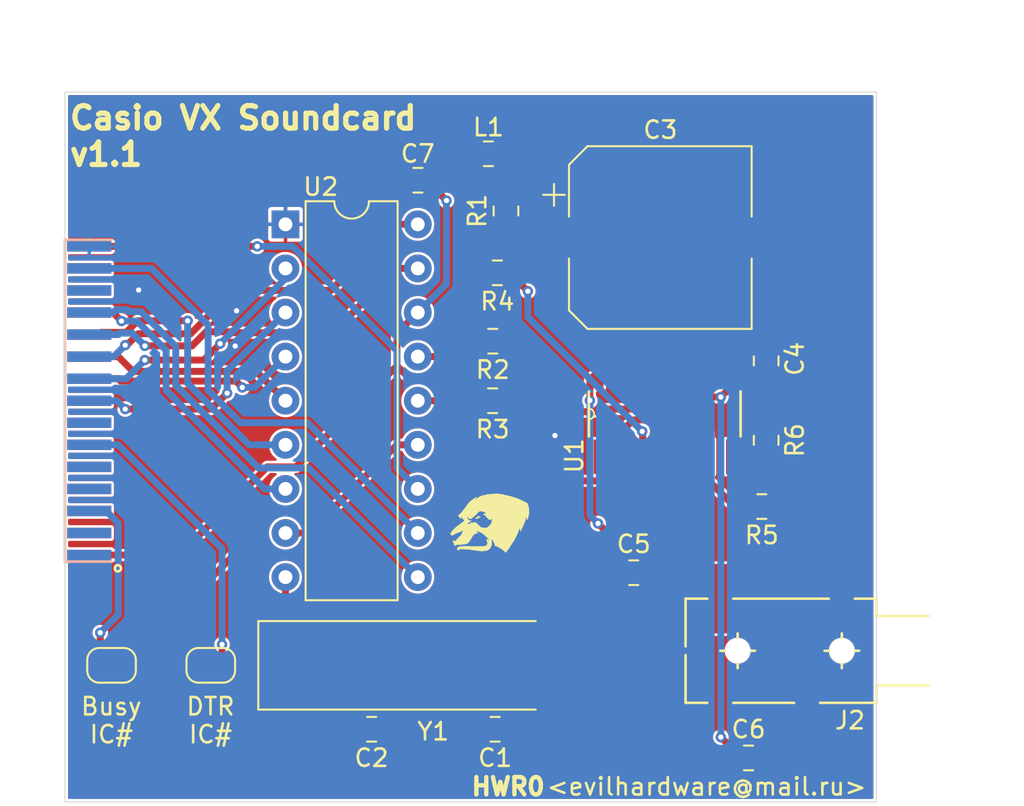
<source format=kicad_pcb>
(kicad_pcb (version 20171130) (host pcbnew "(5.1.5)-3")
  (layers (0 F.Cu signal) (31 B.Cu signal) (34 B.Paste user) (35 F.Paste user) (36 B.SilkS user) (37 F.SilkS user) (38 B.Mask user) (39 F.Mask user) (44 Edge.Cuts user))
  (net 0 "")
  (net 1 GND)
  (net 2 "Net-(C1-Pad1)")
  (net 3 "Net-(C2-Pad1)")
  (net 4 "Net-(C3-Pad1)")
  (net 5 "Net-(C4-Pad1)")
  (net 6 "Net-(C5-Pad2)")
  (net 7 "Net-(C5-Pad1)")
  (net 8 "Net-(C6-Pad2)")
  (net 9 "Net-(C6-Pad1)")
  (net 10 VCC)
  (net 11 /D3)
  (net 12 /D7)
  (net 13 /D0)
  (net 14 /D4)
  (net 15 /D6)
  (net 16 /D1)
  (net 17 CS#)
  (net 18 IC#)
  (net 19 WE#)
  (net 20 /D2)
  (net 21 /D5)
  (net 22 A0)
  (net 23 "Net-(R1-Pad1)")
  (net 24 "Net-(R2-Pad2)")
  (net 25 "Net-(R2-Pad1)")
  (net 26 "Net-(R3-Pad2)")
  (net 27 "Net-(R5-Pad1)")
  (net 28 "Net-(U1-Pad1)")
  (net 29 DTR)
  (net 30 BUSY)
  (module Alexx:AngryPanda (layer F.Cu) (at 137.795 114.3)
    (fp_text reference G*** hide)
    (fp_text value LOGO hide)
  )
  (module Jumper:SolderJumper-2_P1.3mm_Open_RoundedPad1.0x1.5mm (layer F.Cu) (at 120.665 121.92)
    (fp_text reference JP2 hide)
    (fp_text value DTRIC#)
    (pad 2 smd custom (at 0.65 0) (size 1 0.5) (layers F.Cu F.Mask) (net 29 DTR) (options (clearance outline) (anchor rect)) (primitives (gr_circle (center 0 0.25) (end 0.5 0.25) (width 0)) (gr_circle (center 0 -0.25) (end 0.5 -0.25) (width 0)) (gr_poly (pts (xy 0 -0.75) (xy -0.5 -0.75) (xy -0.5 0.75) (xy 0 0.75)) (width 0))))
    (pad 1 smd custom (at -0.65 0) (size 1 0.5) (layers F.Cu F.Mask) (net 18 IC#) (options (clearance outline) (anchor rect)) (primitives (gr_circle (center 0 0.25) (end 0.5 0.25) (width 0)) (gr_circle (center 0 -0.25) (end 0.5 -0.25) (width 0)) (gr_poly (pts (xy 0 -0.75) (xy 0.5 -0.75) (xy 0.5 0.75) (xy 0 0.75)) (width 0))))
  )
  (module Jumper:SolderJumper-2_P1.3mm_Open_RoundedPad1.0x1.5mm (layer F.Cu) (at 114.95 121.92)
    (fp_text reference JP1 hide)
    (fp_text value BUSYIC#)
    (pad 2 smd custom (at 0.65 0) (size 1 0.5) (layers F.Cu F.Mask) (net 18 IC#) (options (clearance outline) (anchor rect)) (primitives (gr_circle (center 0 0.25) (end 0.5 0.25) (width 0)) (gr_circle (center 0 -0.25) (end 0.5 -0.25) (width 0)) (gr_poly (pts (xy 0 -0.75) (xy -0.5 -0.75) (xy -0.5 0.75) (xy 0 0.75)) (width 0))))
    (pad 1 smd custom (at -0.65 0) (size 1 0.5) (layers F.Cu F.Mask) (net 30 BUSY) (options (clearance outline) (anchor rect)) (primitives (gr_circle (center 0 0.25) (end 0.5 0.25) (width 0)) (gr_circle (center 0 -0.25) (end 0.5 -0.25) (width 0)) (gr_poly (pts (xy 0 -0.75) (xy 0.5 -0.75) (xy 0.5 0.75) (xy 0 0.75)) (width 0))))
  )
  (module hwreverse:Connector_Casio_2x15_1.27_SYSBUS (layer F.Cu) (at 113.665 115.57 180)
    (fp_text reference J1 hide)
    (fp_text value CASIO_VX_2x15_1.27_Interface)
    (pad 30 smd rect (at 0 17.78 180) (size 2.54 0.6) (layers B.Cu B.Paste B.Mask) (net 1 GND))
    (pad 28 smd rect (at 0 16.51 180) (size 2.54 0.6) (layers B.Cu B.Paste B.Mask) (net 19 WE#))
    (pad 26 smd rect (at 0 15.24 180) (size 2.54 0.6) (layers B.Cu B.Paste B.Mask))
    (pad 24 smd rect (at 0 13.97 180) (size 2.54 0.6) (layers B.Cu B.Paste B.Mask) (net 22 A0))
    (pad 22 smd rect (at 0 12.7 180) (size 2.54 0.6) (layers B.Cu B.Paste B.Mask) (net 13 /D0))
    (pad 20 smd rect (at 0 11.43 180) (size 2.54 0.6) (layers B.Cu B.Paste B.Mask) (net 16 /D1))
    (pad 18 smd rect (at 0 10.16 180) (size 2.54 0.6) (layers B.Cu B.Paste B.Mask) (net 20 /D2))
    (pad 16 smd rect (at 0 8.89 180) (size 2.54 0.6) (layers B.Cu B.Paste B.Mask) (net 11 /D3))
    (pad 14 smd rect (at 0 7.62 180) (size 2.54 0.6) (layers B.Cu B.Paste B.Mask))
    (pad 12 smd rect (at 0 6.35 180) (size 2.54 0.6) (layers B.Cu B.Paste B.Mask) (net 29 DTR))
    (pad 10 smd rect (at 0 5.08 180) (size 2.54 0.6) (layers B.Cu B.Paste B.Mask))
    (pad 8 smd rect (at 0 3.81 180) (size 2.54 0.6) (layers B.Cu B.Paste B.Mask))
    (pad 6 smd rect (at 0 2.54 180) (size 2.54 0.6) (layers B.Cu B.Paste B.Mask) (net 30 BUSY))
    (pad 4 smd rect (at 0 1.27 180) (size 2.54 0.6) (layers B.Cu B.Paste B.Mask))
    (pad 2 smd rect (at 0 0 180) (size 2.54 0.6) (layers B.Cu B.Paste B.Mask))
    (pad 29 smd rect (at 0 17.78 180) (size 2.54 0.6) (layers F.Cu F.Paste F.Mask) (net 17 CS#))
    (pad 27 smd rect (at 0 16.51 180) (size 2.54 0.6) (layers F.Cu F.Paste F.Mask))
    (pad 25 smd rect (at 0 15.24 180) (size 2.54 0.6) (layers F.Cu F.Paste F.Mask))
    (pad 23 smd rect (at 0 13.97 180) (size 2.54 0.6) (layers F.Cu F.Paste F.Mask) (net 12 /D7))
    (pad 21 smd rect (at 0 12.7 180) (size 2.54 0.6) (layers F.Cu F.Paste F.Mask) (net 15 /D6))
    (pad 19 smd rect (at 0 11.43 180) (size 2.54 0.6) (layers F.Cu F.Paste F.Mask) (net 21 /D5))
    (pad 17 smd rect (at 0 10.16 180) (size 2.54 0.6) (layers F.Cu F.Paste F.Mask) (net 14 /D4))
    (pad 15 smd rect (at 0 8.89 180) (size 2.54 0.6) (layers F.Cu F.Paste F.Mask))
    (pad 13 smd rect (at 0 7.62 180) (size 2.54 0.6) (layers F.Cu F.Paste F.Mask))
    (pad 11 smd rect (at 0 6.35 180) (size 2.54 0.6) (layers F.Cu F.Paste F.Mask))
    (pad 9 smd rect (at 0 5.08 180) (size 2.54 0.6) (layers F.Cu F.Paste F.Mask))
    (pad 7 smd rect (at 0 3.81 180) (size 2.54 0.6) (layers F.Cu F.Paste F.Mask))
    (pad 5 smd rect (at 0 2.54 180) (size 2.54 0.6) (layers F.Cu F.Paste F.Mask))
    (pad 3 smd rect (at 0 1.27 180) (size 2.54 0.6) (layers F.Cu F.Paste F.Mask))
    (pad 1 smd rect (at 0 0 180) (size 2.54 0.6) (layers F.Cu F.Paste F.Mask) (net 10 VCC))
  )
  (module Capacitor_SMD:C_0805_2012Metric_Pad1.15x1.40mm_HandSolder (layer F.Cu) (at 132.597 93.98 180)
    (fp_text reference C7 (at 0.009 1.524) (layer F.SilkS))
    (fp_text value 100nF)
    (pad 2 smd roundrect (at 1.025 0 180) (size 1.15 1.4) (layers F.Cu F.Paste F.Mask) (roundrect_rratio 0.217391) (net 1 GND))
    (pad 1 smd roundrect (at -1.025 0 180) (size 1.15 1.4) (layers F.Cu F.Paste F.Mask) (roundrect_rratio 0.217391) (net 10 VCC))
  )
  (module Crystal:Crystal_SMD_HC49-SD_HandSoldering (layer F.Cu) (at 133.477 121.92)
    (fp_text reference Y1 (at 0 3.81) (layer F.SilkS))
    (fp_text value 3.57MHz)
    (pad 2 smd rect (at 5.9375 0) (size 7.875 2) (layers F.Cu F.Paste F.Mask) (net 2 "Net-(C1-Pad1)"))
    (pad 1 smd rect (at -5.9375 0) (size 7.875 2) (layers F.Cu F.Paste F.Mask) (net 3 "Net-(C2-Pad1)"))
  )
  (module Package_DIP:DIP-18_W7.62mm (layer F.Cu) (at 124.968 96.52)
    (fp_text reference U2 (at 2.032 -2.159) (layer F.SilkS))
    (fp_text value YM2413B)
    (pad 18 thru_hole oval (at 7.62 0) (size 1.6 1.6) (drill 0.8) (layers *.Cu *.Mask) (net 16 /D1))
    (pad 9 thru_hole oval (at 0 20.32) (size 1.6 1.6) (drill 0.8) (layers *.Cu *.Mask) (net 3 "Net-(C2-Pad1)"))
    (pad 17 thru_hole oval (at 7.62 2.54) (size 1.6 1.6) (drill 0.8) (layers *.Cu *.Mask) (net 13 /D0))
    (pad 8 thru_hole oval (at 0 17.78) (size 1.6 1.6) (drill 0.8) (layers *.Cu *.Mask) (net 2 "Net-(C1-Pad1)"))
    (pad 16 thru_hole oval (at 7.62 5.08) (size 1.6 1.6) (drill 0.8) (layers *.Cu *.Mask) (net 10 VCC))
    (pad 7 thru_hole oval (at 0 15.24) (size 1.6 1.6) (drill 0.8) (layers *.Cu *.Mask) (net 12 /D7))
    (pad 15 thru_hole oval (at 7.62 7.62) (size 1.6 1.6) (drill 0.8) (layers *.Cu *.Mask) (net 24 "Net-(R2-Pad2)"))
    (pad 6 thru_hole oval (at 0 12.7) (size 1.6 1.6) (drill 0.8) (layers *.Cu *.Mask) (net 15 /D6))
    (pad 14 thru_hole oval (at 7.62 10.16) (size 1.6 1.6) (drill 0.8) (layers *.Cu *.Mask) (net 26 "Net-(R3-Pad2)"))
    (pad 5 thru_hole oval (at 0 10.16) (size 1.6 1.6) (drill 0.8) (layers *.Cu *.Mask) (net 21 /D5))
    (pad 13 thru_hole oval (at 7.62 12.7) (size 1.6 1.6) (drill 0.8) (layers *.Cu *.Mask) (net 18 IC#))
    (pad 4 thru_hole oval (at 0 7.62) (size 1.6 1.6) (drill 0.8) (layers *.Cu *.Mask) (net 14 /D4))
    (pad 12 thru_hole oval (at 7.62 15.24) (size 1.6 1.6) (drill 0.8) (layers *.Cu *.Mask) (net 17 CS#))
    (pad 3 thru_hole oval (at 0 5.08) (size 1.6 1.6) (drill 0.8) (layers *.Cu *.Mask) (net 11 /D3))
    (pad 11 thru_hole oval (at 7.62 17.78) (size 1.6 1.6) (drill 0.8) (layers *.Cu *.Mask) (net 19 WE#))
    (pad 2 thru_hole oval (at 0 2.54) (size 1.6 1.6) (drill 0.8) (layers *.Cu *.Mask) (net 20 /D2))
    (pad 10 thru_hole oval (at 7.62 20.32) (size 1.6 1.6) (drill 0.8) (layers *.Cu *.Mask) (net 22 A0))
    (pad 1 thru_hole rect (at 0 0) (size 1.6 1.6) (drill 0.8) (layers *.Cu *.Mask) (net 1 GND))
  )
  (module hwreverse:SOIC127P600X175-14N (layer F.Cu) (at 146.812 107.442 90)
    (fp_text reference U1 (at -2.413 -5.207 90) (layer F.SilkS))
    (fp_text value LMC660)
    (pad 14 smd rect (at 2.4638 -3.81 90) (size 1.9812 0.5588) (layers F.Cu F.Paste F.Mask) (net 7 "Net-(C5-Pad1)"))
    (pad 13 smd rect (at 2.4638 -2.54 90) (size 1.9812 0.5588) (layers F.Cu F.Paste F.Mask) (net 7 "Net-(C5-Pad1)"))
    (pad 12 smd rect (at 2.4638 -1.27 90) (size 1.9812 0.5588) (layers F.Cu F.Paste F.Mask) (net 5 "Net-(C4-Pad1)"))
    (pad 11 smd rect (at 2.4638 0 90) (size 1.9812 0.5588) (layers F.Cu F.Paste F.Mask) (net 1 GND))
    (pad 10 smd rect (at 2.4638 1.27 90) (size 1.9812 0.5588) (layers F.Cu F.Paste F.Mask) (net 9 "Net-(C6-Pad1)"))
    (pad 9 smd rect (at 2.4638 2.54 90) (size 1.9812 0.5588) (layers F.Cu F.Paste F.Mask) (net 5 "Net-(C4-Pad1)"))
    (pad 8 smd rect (at 2.4638 3.81 90) (size 1.9812 0.5588) (layers F.Cu F.Paste F.Mask) (net 9 "Net-(C6-Pad1)"))
    (pad 7 smd rect (at -2.4638 3.81 90) (size 1.9812 0.5588) (layers F.Cu F.Paste F.Mask) (net 27 "Net-(R5-Pad1)"))
    (pad 6 smd rect (at -2.4638 2.54 90) (size 1.9812 0.5588) (layers F.Cu F.Paste F.Mask) (net 25 "Net-(R2-Pad1)"))
    (pad 5 smd rect (at -2.4638 1.27 90) (size 1.9812 0.5588) (layers F.Cu F.Paste F.Mask) (net 28 "Net-(U1-Pad1)"))
    (pad 4 smd rect (at -2.4638 0 90) (size 1.9812 0.5588) (layers F.Cu F.Paste F.Mask) (net 10 VCC))
    (pad 3 smd rect (at -2.4638 -1.27 90) (size 1.9812 0.5588) (layers F.Cu F.Paste F.Mask) (net 23 "Net-(R1-Pad1)"))
    (pad 2 smd rect (at -2.4638 -2.54 90) (size 1.9812 0.5588) (layers F.Cu F.Paste F.Mask) (net 28 "Net-(U1-Pad1)"))
    (pad 1 smd rect (at -2.4638 -3.81 90) (size 1.9812 0.5588) (layers F.Cu F.Paste F.Mask) (net 28 "Net-(U1-Pad1)"))
  )
  (module Resistor_SMD:R_0805_2012Metric_Pad1.15x1.40mm_HandSolder (layer F.Cu) (at 152.654 108.957 270)
    (fp_text reference R6 (at 0 -1.65 90) (layer F.SilkS))
    (fp_text value 4.7k)
    (pad 2 smd roundrect (at 1.025 0 270) (size 1.15 1.4) (layers F.Cu F.Paste F.Mask) (roundrect_rratio 0.217391) (net 27 "Net-(R5-Pad1)"))
    (pad 1 smd roundrect (at -1.025 0 270) (size 1.15 1.4) (layers F.Cu F.Paste F.Mask) (roundrect_rratio 0.217391) (net 5 "Net-(C4-Pad1)"))
  )
  (module Resistor_SMD:R_0805_2012Metric_Pad1.15x1.40mm_HandSolder (layer F.Cu) (at 152.4 112.776 180)
    (fp_text reference R5 (at 0 -1.65) (layer F.SilkS))
    (fp_text value 2.2k)
    (pad 2 smd roundrect (at 1.025 0 180) (size 1.15 1.4) (layers F.Cu F.Paste F.Mask) (roundrect_rratio 0.217391) (net 25 "Net-(R2-Pad1)"))
    (pad 1 smd roundrect (at -1.025 0 180) (size 1.15 1.4) (layers F.Cu F.Paste F.Mask) (roundrect_rratio 0.217391) (net 27 "Net-(R5-Pad1)"))
  )
  (module Resistor_SMD:R_0805_2012Metric_Pad1.15x1.40mm_HandSolder (layer F.Cu) (at 137.169 99.314 180)
    (fp_text reference R4 (at 0 -1.65) (layer F.SilkS))
    (fp_text value 4.7k)
    (pad 2 smd roundrect (at 1.025 0 180) (size 1.15 1.4) (layers F.Cu F.Paste F.Mask) (roundrect_rratio 0.217391) (net 1 GND))
    (pad 1 smd roundrect (at -1.025 0 180) (size 1.15 1.4) (layers F.Cu F.Paste F.Mask) (roundrect_rratio 0.217391) (net 23 "Net-(R1-Pad1)"))
  )
  (module Resistor_SMD:R_0805_2012Metric_Pad1.15x1.40mm_HandSolder (layer F.Cu) (at 136.897 106.68 180)
    (fp_text reference R3 (at 0 -1.65) (layer F.SilkS))
    (fp_text value 2.2k)
    (pad 2 smd roundrect (at 1.025 0 180) (size 1.15 1.4) (layers F.Cu F.Paste F.Mask) (roundrect_rratio 0.217391) (net 26 "Net-(R3-Pad2)"))
    (pad 1 smd roundrect (at -1.025 0 180) (size 1.15 1.4) (layers F.Cu F.Paste F.Mask) (roundrect_rratio 0.217391) (net 25 "Net-(R2-Pad1)"))
  )
  (module Resistor_SMD:R_0805_2012Metric_Pad1.15x1.40mm_HandSolder (layer F.Cu) (at 136.906 103.251 180)
    (fp_text reference R2 (at 0 -1.65) (layer F.SilkS))
    (fp_text value 2.2k)
    (pad 2 smd roundrect (at 1.025 0 180) (size 1.15 1.4) (layers F.Cu F.Paste F.Mask) (roundrect_rratio 0.217391) (net 24 "Net-(R2-Pad2)"))
    (pad 1 smd roundrect (at -1.025 0 180) (size 1.15 1.4) (layers F.Cu F.Paste F.Mask) (roundrect_rratio 0.217391) (net 25 "Net-(R2-Pad1)"))
  )
  (module Resistor_SMD:R_0805_2012Metric_Pad1.15x1.40mm_HandSolder (layer F.Cu) (at 137.668 95.749 90)
    (fp_text reference R1 (at 0 -1.65 90) (layer F.SilkS))
    (fp_text value 10k)
    (pad 2 smd roundrect (at 1.025 0 90) (size 1.15 1.4) (layers F.Cu F.Paste F.Mask) (roundrect_rratio 0.217391) (net 4 "Net-(C3-Pad1)"))
    (pad 1 smd roundrect (at -1.025 0 90) (size 1.15 1.4) (layers F.Cu F.Paste F.Mask) (roundrect_rratio 0.217391) (net 23 "Net-(R1-Pad1)"))
  )
  (module Inductor_SMD:L_0805_2012Metric_Pad1.15x1.40mm_HandSolder (layer F.Cu) (at 136.652 92.456)
    (fp_text reference L1 (at 0 -1.524) (layer F.SilkS))
    (fp_text value "1mH (10R)")
    (pad 2 smd roundrect (at 1.025 0) (size 1.15 1.4) (layers F.Cu F.Paste F.Mask) (roundrect_rratio 0.217391) (net 4 "Net-(C3-Pad1)"))
    (pad 1 smd roundrect (at -1.025 0) (size 1.15 1.4) (layers F.Cu F.Paste F.Mask) (roundrect_rratio 0.217391) (net 10 VCC))
  )
  (module hwreverse:BOOMELE_PJ-320B (layer F.Cu) (at 154.011 121.081 180)
    (fp_text reference J2 (at -3.469 -4.014) (layer F.SilkS))
    (fp_text value PJ-320B)
    (pad T smd rect (at 4 3 180) (size 1.5 4) (layers F.Cu F.Paste F.Mask) (net 6 "Net-(C5-Pad2)"))
    (pad R smd rect (at -1 -3 180) (size 1.5 4) (layers F.Cu F.Paste F.Mask) (net 8 "Net-(C6-Pad2)"))
    (pad S smd rect (at -3 3.25 180) (size 1.5 4) (layers F.Cu F.Paste F.Mask) (net 1 GND))
    (pad "" np_thru_hole circle (at 3 0 180) (size 1.2 1.2) (drill 1.2) (layers *.Cu *.Mask))
    (pad "" np_thru_hole circle (at -3 0 180) (size 1.2 1.2) (drill 1.2) (layers *.Cu *.Mask))
  )
  (module Capacitor_SMD:C_0805_2012Metric_Pad1.15x1.40mm_HandSolder (layer F.Cu) (at 151.638 127.254)
    (fp_text reference C6 (at 0 -1.65) (layer F.SilkS))
    (fp_text value 10uF)
    (pad 2 smd roundrect (at 1.025 0) (size 1.15 1.4) (layers F.Cu F.Paste F.Mask) (roundrect_rratio 0.217391) (net 8 "Net-(C6-Pad2)"))
    (pad 1 smd roundrect (at -1.025 0) (size 1.15 1.4) (layers F.Cu F.Paste F.Mask) (roundrect_rratio 0.217391) (net 9 "Net-(C6-Pad1)"))
  )
  (module Capacitor_SMD:C_0805_2012Metric_Pad1.15x1.40mm_HandSolder (layer F.Cu) (at 145.025 116.586)
    (fp_text reference C5 (at 0 -1.65) (layer F.SilkS))
    (fp_text value 10uF)
    (pad 2 smd roundrect (at 1.025 0) (size 1.15 1.4) (layers F.Cu F.Paste F.Mask) (roundrect_rratio 0.217391) (net 6 "Net-(C5-Pad2)"))
    (pad 1 smd roundrect (at -1.025 0) (size 1.15 1.4) (layers F.Cu F.Paste F.Mask) (roundrect_rratio 0.217391) (net 7 "Net-(C5-Pad1)"))
  )
  (module Capacitor_SMD:C_0805_2012Metric_Pad1.15x1.40mm_HandSolder (layer F.Cu) (at 152.654 104.385 90)
    (fp_text reference C4 (at 0.118 1.651 90) (layer F.SilkS))
    (fp_text value 15nF)
    (pad 2 smd roundrect (at 1.025 0 90) (size 1.15 1.4) (layers F.Cu F.Paste F.Mask) (roundrect_rratio 0.217391) (net 1 GND))
    (pad 1 smd roundrect (at -1.025 0 90) (size 1.15 1.4) (layers F.Cu F.Paste F.Mask) (roundrect_rratio 0.217391) (net 5 "Net-(C4-Pad1)"))
  )
  (module Capacitor_SMD:CP_Elec_10x12.6 (layer F.Cu) (at 146.558 97.282)
    (fp_text reference C3 (at 0 -6.2) (layer F.SilkS))
    (fp_text value 1000uF)
    (pad 2 smd roundrect (at 4.35 0) (size 4.4 1.9) (layers F.Cu F.Paste F.Mask) (roundrect_rratio 0.131579) (net 1 GND))
    (pad 1 smd roundrect (at -4.35 0) (size 4.4 1.9) (layers F.Cu F.Paste F.Mask) (roundrect_rratio 0.131579) (net 4 "Net-(C3-Pad1)"))
  )
  (module Capacitor_SMD:C_0805_2012Metric_Pad1.15x1.40mm_HandSolder (layer F.Cu) (at 129.93 125.603)
    (fp_text reference C2 (at -0.009 1.651) (layer F.SilkS))
    (fp_text value 15pF)
    (pad 2 smd roundrect (at 1.025 0) (size 1.15 1.4) (layers F.Cu F.Paste F.Mask) (roundrect_rratio 0.217391) (net 1 GND))
    (pad 1 smd roundrect (at -1.025 0) (size 1.15 1.4) (layers F.Cu F.Paste F.Mask) (roundrect_rratio 0.217391) (net 3 "Net-(C2-Pad1)"))
  )
  (module Capacitor_SMD:C_0805_2012Metric_Pad1.15x1.40mm_HandSolder (layer F.Cu) (at 137.042 125.603 180)
    (fp_text reference C1 (at 0 -1.65) (layer F.SilkS))
    (fp_text value 15pF)
    (pad 2 smd roundrect (at 1.025 0 180) (size 1.15 1.4) (layers F.Cu F.Paste F.Mask) (roundrect_rratio 0.217391) (net 1 GND))
    (pad 1 smd roundrect (at -1.025 0 180) (size 1.15 1.4) (layers F.Cu F.Paste F.Mask) (roundrect_rratio 0.217391) (net 2 "Net-(C1-Pad1)"))
  )
  (gr_text "DTR\nIC#" (at 120.65 125.095) (layer F.SilkS) (effects (font (size 1 1))))
  (gr_text "Busy\nIC#" (at 114.935 125.095) (layer F.SilkS) (effects (font (size 1 1))))
  (gr_text HWR0 (at 137.795 128.905) (layer F.SilkS) (effects (font (size 1 1) (thickness 0.25))))
  (gr_text <evilhardware@mail.ru> (at 149.225 128.905) (layer F.SilkS) (effects (font (size 1 1))))
  (gr_text "Casio VX Soundcard\nv1.1" (at 112.395 91.44) (layer F.SilkS) (effects (font (size 1.3 1.3) (thickness 0.3)) (justify left)))
  (gr_line (start 112.268 129.794) (end 112.268 88.9) (layer Edge.Cuts) (width 0.05))
  (gr_line (start 159.004 129.794) (end 112.268 129.794) (layer Edge.Cuts) (width 0.05))
  (gr_line (start 159.004 88.9) (end 159.004 129.794) (layer Edge.Cuts) (width 0.05))
  (gr_line (start 112.268 88.9) (end 159.004 88.9) (layer Edge.Cuts) (width 0.05))
  (segment (start 131.6245 93.9801) (end 131.572 93.9801) (width 0.25) (layer F.Cu) (net 1))
  (segment (start 131.572 93.9801) (end 131.572 93.98) (width 0.25) (layer F.Cu) (net 1))
  (segment (start 131.677 93.9801) (end 131.6245 93.9801) (width 0.25) (layer F.Cu) (net 1))
  (via (at 122.1486 101.4984) (size 0.6) (drill 0.3) (layers F.Cu B.Cu) (net 1))
  (via (at 140.4874 108.6866) (size 0.6) (drill 0.3) (layers F.Cu B.Cu) (net 1))
  (via (at 116.5098 100.3046) (size 0.6) (drill 0.3) (layers F.Cu B.Cu) (net 1))
  (via (at 122.0724 103.5304) (size 0.6) (drill 0.3) (layers F.Cu B.Cu) (net 1))
  (segment (start 124.968 114.3) (end 126.168 114.3) (width 0.4) (layer F.Cu) (net 2))
  (segment (start 126.168 114.3) (end 133.788 121.92) (width 0.4) (layer F.Cu) (net 2))
  (segment (start 133.788 121.92) (end 138.0413 121.92) (width 0.4) (layer F.Cu) (net 2))
  (segment (start 138.0413 121.92) (end 138.067 121.9457) (width 0.4) (layer F.Cu) (net 2))
  (segment (start 138.067 121.9457) (end 138.067 125.603) (width 0.4) (layer F.Cu) (net 2))
  (segment (start 139.4145 121.92) (end 138.0413 121.92) (width 0.4) (layer F.Cu) (net 2))
  (segment (start 124.968 116.84) (end 124.968 121.5172) (width 0.4) (layer F.Cu) (net 3))
  (segment (start 124.968 121.5172) (end 125.3708 121.92) (width 0.4) (layer F.Cu) (net 3))
  (segment (start 125.3708 121.92) (end 128.905 125.4542) (width 0.4) (layer F.Cu) (net 3))
  (segment (start 128.905 125.4542) (end 128.905 125.603) (width 0.4) (layer F.Cu) (net 3))
  (segment (start 127.5395 121.92) (end 125.3708 121.92) (width 0.4) (layer F.Cu) (net 3))
  (segment (start 137.668 94.724) (end 140.226 97.282) (width 0.4) (layer F.Cu) (net 4))
  (segment (start 137.677 94.715) (end 137.668 94.706) (width 0.4) (layer F.Cu) (net 4))
  (segment (start 137.668 94.706) (end 137.668 92.465) (width 0.4) (layer F.Cu) (net 4))
  (segment (start 137.677 94.715) (end 137.668 94.724) (width 0.4) (layer F.Cu) (net 4))
  (segment (start 137.677 92.456) (end 137.668 92.465) (width 0.25) (layer F.Cu) (net 4))
  (segment (start 142.208 97.282) (end 140.226 97.282) (width 0.25) (layer F.Cu) (net 4))
  (segment (start 149.352 104.258) (end 148.7312 103.6372) (width 0.4) (layer F.Cu) (net 5))
  (segment (start 148.7312 103.6372) (end 147.6152 103.6372) (width 0.4) (layer F.Cu) (net 5))
  (segment (start 147.6152 103.6372) (end 147.4522 103.8002) (width 0.4) (layer F.Cu) (net 5))
  (segment (start 147.4522 103.8002) (end 147.4522 106.1233) (width 0.4) (layer F.Cu) (net 5))
  (segment (start 152.654 105.276) (end 152.654 105.2202) (width 0.4) (layer F.Cu) (net 5))
  (segment (start 152.654 105.2202) (end 151.071 103.6372) (width 0.4) (layer F.Cu) (net 5))
  (segment (start 151.071 103.6372) (end 149.9728 103.6372) (width 0.4) (layer F.Cu) (net 5))
  (segment (start 149.9728 103.6372) (end 149.352 104.258) (width 0.4) (layer F.Cu) (net 5))
  (segment (start 152.654 105.276) (end 152.654 105.41) (width 0.25) (layer F.Cu) (net 5))
  (segment (start 149.352 104.267) (end 149.352 104.9782) (width 0.4) (layer F.Cu) (net 5))
  (segment (start 152.654 105.41) (end 152.654 107.932) (width 0.4) (layer F.Cu) (net 5))
  (segment (start 149.352 104.267) (end 149.352 104.258) (width 0.4) (layer F.Cu) (net 5))
  (segment (start 146.252599 106.318801) (end 147.256699 106.318801) (width 0.4) (layer F.Cu) (net 5))
  (segment (start 145.542 105.608202) (end 146.252599 106.318801) (width 0.4) (layer F.Cu) (net 5))
  (segment (start 147.256699 106.318801) (end 147.4522 106.1233) (width 0.4) (layer F.Cu) (net 5))
  (segment (start 145.542 104.9782) (end 145.542 105.608202) (width 0.4) (layer F.Cu) (net 5))
  (segment (start 150.011 118.081) (end 148.861 118.081) (width 0.4) (layer F.Cu) (net 6))
  (segment (start 146.05 116.586) (end 147.366 116.586) (width 0.4) (layer F.Cu) (net 6))
  (segment (start 147.366 116.586) (end 148.861 118.081) (width 0.4) (layer F.Cu) (net 6))
  (segment (start 144.272 104.9782) (end 143.002 104.9782) (width 0.4) (layer F.Cu) (net 7))
  (segment (start 142.9698 113.7498) (end 144 114.78) (width 0.4) (layer F.Cu) (net 7))
  (segment (start 144 114.78) (end 144 116.586) (width 0.4) (layer F.Cu) (net 7))
  (segment (start 142.5012 106.663) (end 142.5012 113.2812) (width 0.4) (layer B.Cu) (net 7))
  (segment (start 142.5012 113.2812) (end 142.9698 113.7498) (width 0.4) (layer B.Cu) (net 7))
  (segment (start 143.002 104.978) (end 143.002 104.9782) (width 0.4) (layer F.Cu) (net 7))
  (segment (start 143.002 104.978) (end 143.002 104.32) (width 0.25) (layer F.Cu) (net 7))
  (via (at 142.9698 113.7498) (size 0.6) (layers F.Cu B.Cu) (net 7))
  (via (at 142.5012 106.663) (size 0.6) (layers F.Cu B.Cu) (net 7))
  (segment (start 142.5012 105.479) (end 143.002 104.9782) (width 0.4) (layer F.Cu) (net 7))
  (segment (start 142.5012 106.663) (end 142.5012 105.479) (width 0.4) (layer F.Cu) (net 7))
  (segment (start 153.861 124.081) (end 155.011 124.081) (width 0.4) (layer F.Cu) (net 8))
  (segment (start 152.663 125.279) (end 153.861 124.081) (width 0.4) (layer F.Cu) (net 8))
  (segment (start 152.663 127.254) (end 152.663 125.279) (width 0.4) (layer F.Cu) (net 8))
  (segment (start 148.082 105.689) (end 148.8603 106.4673) (width 0.4) (layer F.Cu) (net 9))
  (segment (start 148.8603 106.4673) (end 150.0422 106.4673) (width 0.4) (layer F.Cu) (net 9))
  (segment (start 148.082 105.689) (end 148.082 104.9782) (width 0.4) (layer F.Cu) (net 9))
  (segment (start 150.613 127.254) (end 150.613 126.6268) (width 0.4) (layer F.Cu) (net 9))
  (segment (start 150.613 126.6268) (end 150.0422 126.056) (width 0.4) (layer F.Cu) (net 9))
  (segment (start 150.0422 106.4673) (end 150.0422 126.056) (width 0.4) (layer B.Cu) (net 9))
  (segment (start 148.082 104.9782) (end 148.082 104.978) (width 0.4) (layer F.Cu) (net 9))
  (via (at 150.0422 126.056) (size 0.6) (layers F.Cu B.Cu) (net 9))
  (via (at 150.0422 106.4673) (size 0.6) (layers F.Cu B.Cu) (net 9))
  (segment (start 150.622 105.8875) (end 150.0422 106.4673) (width 0.4) (layer F.Cu) (net 9))
  (segment (start 150.622 104.9782) (end 150.622 105.8875) (width 0.4) (layer F.Cu) (net 9))
  (segment (start 140.8736 111.2964) (end 136.897 107.3198) (width 0.4) (layer F.Cu) (net 10))
  (segment (start 136.897 107.3198) (end 136.897 106.0514) (width 0.4) (layer F.Cu) (net 10))
  (segment (start 136.897 106.0514) (end 136.206 105.3604) (width 0.4) (layer F.Cu) (net 10))
  (segment (start 136.206 105.3604) (end 132.0771 105.3604) (width 0.4) (layer F.Cu) (net 10))
  (segment (start 132.0771 105.3604) (end 131.388 104.6713) (width 0.4) (layer F.Cu) (net 10))
  (segment (start 134.2418 95.1505) (end 133.622 94.5307) (width 0.4) (layer F.Cu) (net 10))
  (segment (start 133.622 94.5307) (end 133.622 93.98) (width 0.4) (layer F.Cu) (net 10))
  (segment (start 131.388 104.6713) (end 125.5693 110.49) (width 0.4) (layer F.Cu) (net 10))
  (segment (start 125.5693 110.49) (end 123.925 110.49) (width 0.4) (layer F.Cu) (net 10))
  (segment (start 123.925 110.49) (end 118.845 115.57) (width 0.4) (layer F.Cu) (net 10))
  (segment (start 118.845 115.57) (end 113.665 115.57) (width 0.4) (layer F.Cu) (net 10))
  (segment (start 135.627 92.456) (end 135.146 92.456) (width 0.4) (layer F.Cu) (net 10))
  (segment (start 135.146 92.456) (end 133.622 93.98) (width 0.4) (layer F.Cu) (net 10))
  (via (at 134.2418 95.1505) (size 0.6) (layers F.Cu B.Cu) (net 10))
  (segment (start 131.388 102.8) (end 132.588 101.6) (width 0.4) (layer F.Cu) (net 10))
  (segment (start 131.388 104.6713) (end 131.388 102.8) (width 0.4) (layer F.Cu) (net 10))
  (segment (start 146.812 110.617) (end 146.812 109.9058) (width 0.4) (layer F.Cu) (net 10))
  (segment (start 146.1326 111.2964) (end 146.812 110.617) (width 0.4) (layer F.Cu) (net 10))
  (segment (start 140.8736 111.2964) (end 146.1326 111.2964) (width 0.4) (layer F.Cu) (net 10))
  (segment (start 134.2418 99.9462) (end 132.588 101.6) (width 0.4) (layer B.Cu) (net 10))
  (segment (start 134.2418 95.1505) (end 134.2418 99.9462) (width 0.4) (layer B.Cu) (net 10))
  (segment (start 121.6066 106.245) (end 120.6886 107.163) (width 0.4) (layer F.Cu) (net 11))
  (segment (start 120.6886 107.163) (end 115.7365 107.163) (width 0.4) (layer F.Cu) (net 11))
  (via (at 115.7365 107.163) (size 0.6) (layers F.Cu B.Cu) (net 11))
  (via (at 121.6066 106.245) (size 0.6) (layers F.Cu B.Cu) (net 11))
  (segment (start 121.6066 104.9614) (end 124.968 101.6) (width 0.4) (layer B.Cu) (net 11))
  (segment (start 121.6066 106.245) (end 121.6066 104.9614) (width 0.4) (layer B.Cu) (net 11))
  (segment (start 115.2535 106.68) (end 115.7365 107.163) (width 0.4) (layer B.Cu) (net 11))
  (segment (start 113.665 106.68) (end 115.2535 106.68) (width 0.4) (layer B.Cu) (net 11))
  (segment (start 124.968 111.76) (end 123.768 111.76) (width 0.4) (layer B.Cu) (net 12))
  (segment (start 123.768 111.76) (end 118.096 106.088) (width 0.4) (layer B.Cu) (net 12))
  (segment (start 118.096 106.088) (end 118.096 103.7765) (width 0.4) (layer B.Cu) (net 12))
  (segment (start 118.096 103.7765) (end 116.4111 102.0916) (width 0.4) (layer B.Cu) (net 12))
  (segment (start 116.4111 102.0916) (end 115.5209 102.0916) (width 0.4) (layer B.Cu) (net 12))
  (via (at 115.5209 102.0916) (size 0.6) (layers F.Cu B.Cu) (net 12))
  (segment (start 115.0293 101.6) (end 115.5209 102.0916) (width 0.4) (layer F.Cu) (net 12))
  (segment (start 113.665 101.6) (end 115.0293 101.6) (width 0.4) (layer F.Cu) (net 12))
  (segment (start 115.335 102.87) (end 115.42 102.785) (width 0.4) (layer B.Cu) (net 13))
  (segment (start 115.42 102.785) (end 116.1321 102.785) (width 0.4) (layer B.Cu) (net 13))
  (segment (start 116.1321 102.785) (end 116.8672 103.5201) (width 0.4) (layer B.Cu) (net 13))
  (segment (start 131.388 99.06) (end 127.6856 102.7624) (width 0.4) (layer F.Cu) (net 13))
  (segment (start 127.6856 102.7624) (end 121.8221 102.7624) (width 0.4) (layer F.Cu) (net 13))
  (segment (start 121.8221 102.7624) (end 121.7705 102.7108) (width 0.4) (layer F.Cu) (net 13))
  (segment (start 121.7705 102.7108) (end 120.395 102.7108) (width 0.4) (layer F.Cu) (net 13))
  (segment (start 120.395 102.7108) (end 119.5857 103.5201) (width 0.4) (layer F.Cu) (net 13))
  (segment (start 119.5857 103.5201) (end 116.8672 103.5201) (width 0.4) (layer F.Cu) (net 13))
  (segment (start 132.588 99.06) (end 131.388 99.06) (width 0.4) (layer F.Cu) (net 13))
  (segment (start 113.665 102.87) (end 115.335 102.87) (width 0.4) (layer B.Cu) (net 13))
  (via (at 116.8672 103.5201) (size 0.6) (layers F.Cu B.Cu) (net 13))
  (segment (start 113.665 105.41) (end 115.335 105.41) (width 0.4) (layer F.Cu) (net 14))
  (segment (start 122.479 105.9152) (end 122.1127 105.5489) (width 0.4) (layer F.Cu) (net 14))
  (segment (start 122.1127 105.5489) (end 115.4739 105.5489) (width 0.4) (layer F.Cu) (net 14))
  (segment (start 115.4739 105.5489) (end 115.335 105.41) (width 0.4) (layer F.Cu) (net 14))
  (segment (start 124.968 104.14) (end 123.1928 105.9152) (width 0.4) (layer B.Cu) (net 14))
  (segment (start 123.1928 105.9152) (end 122.479 105.9152) (width 0.4) (layer B.Cu) (net 14))
  (via (at 122.479 105.9152) (size 0.6) (layers F.Cu B.Cu) (net 14))
  (segment (start 116.4567 102.0754) (end 119.3322 102.0754) (width 0.4) (layer F.Cu) (net 15))
  (segment (start 119.3322 102.0754) (end 119.3322 105.6758) (width 0.4) (layer B.Cu) (net 15))
  (segment (start 119.3322 105.6758) (end 122.8764 109.22) (width 0.4) (layer B.Cu) (net 15))
  (segment (start 122.8764 109.22) (end 123.768 109.22) (width 0.4) (layer B.Cu) (net 15))
  (segment (start 124.968 109.22) (end 123.768 109.22) (width 0.4) (layer B.Cu) (net 15))
  (via (at 119.3322 102.0754) (size 0.6) (layers F.Cu B.Cu) (net 15))
  (segment (start 115.7891 102.743) (end 116.4567 102.0754) (width 0.4) (layer F.Cu) (net 15))
  (segment (start 114.3779 102.743) (end 115.7891 102.743) (width 0.4) (layer F.Cu) (net 15))
  (segment (start 114.2509 102.87) (end 114.3779 102.743) (width 0.4) (layer F.Cu) (net 15))
  (segment (start 113.665 102.87) (end 114.2509 102.87) (width 0.4) (layer F.Cu) (net 15))
  (segment (start 115.7353 103.4803) (end 115.8301 103.4803) (width 0.4) (layer F.Cu) (net 16))
  (segment (start 115.8301 103.4803) (end 116.4892 102.8212) (width 0.4) (layer F.Cu) (net 16))
  (segment (start 116.4892 102.8212) (end 119.5063 102.8212) (width 0.4) (layer F.Cu) (net 16))
  (segment (start 119.5063 102.8212) (end 121.9975 100.33) (width 0.4) (layer F.Cu) (net 16))
  (segment (start 121.9975 100.33) (end 127.578 100.33) (width 0.4) (layer F.Cu) (net 16))
  (segment (start 127.578 100.33) (end 131.388 96.52) (width 0.4) (layer F.Cu) (net 16))
  (segment (start 132.588 96.52) (end 131.388 96.52) (width 0.4) (layer F.Cu) (net 16))
  (via (at 115.7353 103.4803) (size 0.6) (layers F.Cu B.Cu) (net 16))
  (segment (start 115.0756 104.14) (end 113.665 104.14) (width 0.4) (layer B.Cu) (net 16))
  (segment (start 115.7353 103.4803) (end 115.0756 104.14) (width 0.4) (layer B.Cu) (net 16))
  (segment (start 113.665 97.79) (end 115.335 97.79) (width 0.4) (layer F.Cu) (net 17))
  (via (at 123.3419 97.79) (size 0.6) (layers F.Cu B.Cu) (net 17))
  (segment (start 115.335 97.79) (end 123.3419 97.79) (width 0.4) (layer F.Cu) (net 17))
  (segment (start 131.388 103.7997) (end 131.388 110.56) (width 0.4) (layer B.Cu) (net 17))
  (segment (start 125.3781 97.7898) (end 131.388 103.7997) (width 0.4) (layer B.Cu) (net 17))
  (segment (start 123.3419 97.79) (end 125.3779 97.79) (width 0.4) (layer B.Cu) (net 17))
  (segment (start 131.388 110.56) (end 132.588 111.76) (width 0.4) (layer B.Cu) (net 17))
  (segment (start 125.3779 97.79) (end 125.3781 97.7898) (width 0.4) (layer B.Cu) (net 17))
  (segment (start 131.388 109.22) (end 127.578 113.03) (width 0.4) (layer F.Cu) (net 18))
  (segment (start 127.578 113.03) (end 124.5355 113.03) (width 0.4) (layer F.Cu) (net 18))
  (segment (start 124.5355 113.03) (end 120.015 117.5505) (width 0.4) (layer F.Cu) (net 18))
  (segment (start 120.015 117.5505) (end 120.015 121.92) (width 0.4) (layer F.Cu) (net 18))
  (segment (start 132.588 109.22) (end 131.388 109.22) (width 0.4) (layer F.Cu) (net 18))
  (segment (start 120.015 121.92) (end 115.6 121.92) (width 0.4) (layer F.Cu) (net 18))
  (segment (start 126.238 107.95) (end 132.588 114.3) (width 0.4) (layer B.Cu) (net 19))
  (segment (start 113.665 99.06) (end 117.2484 99.06) (width 0.4) (layer B.Cu) (net 19))
  (segment (start 117.2484 99.06) (end 120.5133 102.3249) (width 0.4) (layer B.Cu) (net 19))
  (segment (start 120.5133 102.3249) (end 120.5133 106.0787) (width 0.4) (layer B.Cu) (net 19))
  (segment (start 120.5133 106.0787) (end 122.3846 107.95) (width 0.4) (layer B.Cu) (net 19))
  (segment (start 122.3846 107.95) (end 126.238 107.95) (width 0.4) (layer B.Cu) (net 19))
  (segment (start 121.2086 103.3944) (end 120.2636 104.3394) (width 0.4) (layer F.Cu) (net 20))
  (segment (start 120.2636 104.3394) (end 116.8617 104.3394) (width 0.4) (layer F.Cu) (net 20))
  (segment (start 116.8617 104.3394) (end 115.7911 105.41) (width 0.4) (layer B.Cu) (net 20))
  (segment (start 115.7911 105.41) (end 113.665 105.41) (width 0.4) (layer B.Cu) (net 20))
  (via (at 116.8617 104.3394) (size 0.6) (layers F.Cu B.Cu) (net 20))
  (via (at 121.2086 103.3944) (size 0.6) (layers F.Cu B.Cu) (net 20))
  (segment (start 124.968 99.635) (end 124.968 99.06) (width 0.4) (layer B.Cu) (net 20))
  (segment (start 121.2086 103.3944) (end 124.968 99.635) (width 0.4) (layer B.Cu) (net 20))
  (segment (start 123.2779 104.9899) (end 124.968 106.68) (width 0.4) (layer F.Cu) (net 21))
  (segment (start 116.1849 104.9899) (end 123.2779 104.9899) (width 0.4) (layer F.Cu) (net 21))
  (segment (start 113.665 104.14) (end 115.335 104.14) (width 0.4) (layer F.Cu) (net 21))
  (segment (start 115.335 104.14) (end 116.1849 104.9899) (width 0.4) (layer F.Cu) (net 21))
  (segment (start 123.4089 110.5503) (end 126.2983 110.5503) (width 0.4) (layer B.Cu) (net 22))
  (segment (start 126.2983 110.5503) (end 132.588 116.84) (width 0.4) (layer B.Cu) (net 22))
  (segment (start 118.64601 103.548679) (end 118.64601 105.78741) (width 0.4) (layer B.Cu) (net 22))
  (segment (start 116.638921 101.54159) (end 118.64601 103.548679) (width 0.4) (layer B.Cu) (net 22))
  (segment (start 118.64601 105.78741) (end 123.4089 110.5503) (width 0.4) (layer B.Cu) (net 22))
  (segment (start 115.050498 101.6) (end 115.208899 101.441599) (width 0.4) (layer B.Cu) (net 22))
  (segment (start 115.832901 101.441599) (end 115.932892 101.54159) (width 0.4) (layer B.Cu) (net 22))
  (segment (start 113.665 101.6) (end 115.050498 101.6) (width 0.4) (layer B.Cu) (net 22))
  (segment (start 115.208899 101.441599) (end 115.832901 101.441599) (width 0.4) (layer B.Cu) (net 22))
  (segment (start 115.932892 101.54159) (end 116.638921 101.54159) (width 0.4) (layer B.Cu) (net 22))
  (segment (start 138.194 99.314) (end 137.668 98.788) (width 0.4) (layer F.Cu) (net 23))
  (segment (start 137.668 98.788) (end 137.668 96.774) (width 0.4) (layer F.Cu) (net 23))
  (segment (start 138.194 99.314) (end 138.194 99.6392) (width 0.4) (layer F.Cu) (net 23))
  (segment (start 138.194 99.6392) (end 138.9266 100.3718) (width 0.4) (layer F.Cu) (net 23))
  (segment (start 145.5154 108.4465) (end 138.9266 101.8577) (width 0.4) (layer B.Cu) (net 23))
  (segment (start 138.9266 101.8577) (end 138.9266 100.3718) (width 0.4) (layer B.Cu) (net 23))
  (segment (start 145.542 109.9058) (end 145.542 108.5152) (width 0.4) (layer F.Cu) (net 23))
  (segment (start 145.542 108.5152) (end 145.5154 108.4886) (width 0.4) (layer F.Cu) (net 23))
  (segment (start 145.5154 108.4886) (end 145.5154 108.4465) (width 0.4) (layer F.Cu) (net 23))
  (via (at 138.9266 100.3718) (size 0.6) (layers F.Cu B.Cu) (net 23))
  (via (at 145.5154 108.4465) (size 0.6) (layers F.Cu B.Cu) (net 23))
  (segment (start 132.588 104.14) (end 134.992 104.14) (width 0.4) (layer F.Cu) (net 24))
  (segment (start 134.992 104.14) (end 135.881 103.251) (width 0.4) (layer F.Cu) (net 24))
  (segment (start 137.931 106.671) (end 138.5733 107.3133) (width 0.4) (layer F.Cu) (net 25))
  (segment (start 138.5733 107.3133) (end 142.7706 107.3133) (width 0.4) (layer F.Cu) (net 25))
  (segment (start 142.7706 107.3133) (end 142.9204 107.1635) (width 0.4) (layer F.Cu) (net 25))
  (segment (start 142.9204 107.1635) (end 148.0003 107.1635) (width 0.4) (layer F.Cu) (net 25))
  (segment (start 148.0003 107.1635) (end 149.352 108.5152) (width 0.4) (layer F.Cu) (net 25))
  (segment (start 137.931 103.251) (end 137.931 106.671) (width 0.4) (layer F.Cu) (net 25))
  (segment (start 149.352 109.9058) (end 149.352 108.5152) (width 0.4) (layer F.Cu) (net 25))
  (segment (start 149.352 109.9058) (end 149.352 111.2964) (width 0.4) (layer F.Cu) (net 25))
  (segment (start 151.375 112.776) (end 150.8316 112.776) (width 0.4) (layer F.Cu) (net 25))
  (segment (start 150.8316 112.776) (end 149.352 111.2964) (width 0.4) (layer F.Cu) (net 25))
  (segment (start 137.931 106.671) (end 137.922 106.68) (width 0.4) (layer F.Cu) (net 25))
  (segment (start 132.588 106.68) (end 135.872 106.68) (width 0.4) (layer F.Cu) (net 26))
  (segment (start 152.616 109.944) (end 152.654 109.982) (width 0.4) (layer F.Cu) (net 27))
  (segment (start 152.578 109.906) (end 152.616 109.944) (width 0.4) (layer F.Cu) (net 27))
  (segment (start 152.5778 109.9058) (end 152.654 109.982) (width 0.4) (layer F.Cu) (net 27))
  (segment (start 150.622 109.9058) (end 152.5778 109.9058) (width 0.4) (layer F.Cu) (net 27))
  (segment (start 152.654 112.005) (end 153.425 112.776) (width 0.4) (layer F.Cu) (net 27))
  (segment (start 152.654 109.982) (end 152.654 112.005) (width 0.4) (layer F.Cu) (net 27))
  (segment (start 144.272 108.5152) (end 145.003 107.7842) (width 0.4) (layer F.Cu) (net 28))
  (segment (start 145.003 107.7842) (end 147.351 107.7842) (width 0.4) (layer F.Cu) (net 28))
  (segment (start 147.351 107.7842) (end 148.082 108.5152) (width 0.4) (layer F.Cu) (net 28))
  (segment (start 148.082 109.9058) (end 148.082 108.5152) (width 0.4) (layer F.Cu) (net 28))
  (segment (start 144.272 109.9058) (end 144.272 108.5152) (width 0.4) (layer F.Cu) (net 28))
  (segment (start 143.002 109.9058) (end 144.272 109.9058) (width 0.4) (layer F.Cu) (net 28))
  (segment (start 121.315 120.7192) (end 121.315 121.92) (width 0.4) (layer F.Cu) (net 29))
  (segment (start 115.335 109.22) (end 121.315 115.2) (width 0.4) (layer B.Cu) (net 29))
  (segment (start 121.315 115.2) (end 121.315 120.7192) (width 0.4) (layer B.Cu) (net 29))
  (segment (start 113.665 109.22) (end 115.335 109.22) (width 0.4) (layer B.Cu) (net 29))
  (via (at 121.315 120.7192) (size 0.6) (layers F.Cu B.Cu) (net 29))
  (segment (start 114.635 113.03) (end 115.335 113.73) (width 0.4) (layer B.Cu) (net 30))
  (segment (start 113.665 113.03) (end 114.635 113.03) (width 0.4) (layer B.Cu) (net 30))
  (via (at 114.3 120.0404) (size 0.6) (drill 0.3) (layers F.Cu B.Cu) (net 30))
  (segment (start 115.335 113.73) (end 115.335 119.0054) (width 0.4) (layer B.Cu) (net 30))
  (segment (start 115.335 119.0054) (end 114.3 120.0404) (width 0.4) (layer B.Cu) (net 30))
  (segment (start 114.3 120.0404) (end 114.3 121.92) (width 0.4) (layer F.Cu) (net 30))
  (zone (net 1) (net_name GND) (layer F.Cu) (connect_pads (clearance 0.15)) (min_thickness 0.15) (fill yes (arc_segments 32) (thermal_gap 0.2) (thermal_bridge_width 0.2))
    (polygon (pts (xy 159.004 129.794) (xy 112.268 129.794) (xy 112.268 88.9) (xy 159.004 88.9)))
  )
  (zone (net 1) (net_name GND) (layer B.Cu) (connect_pads (clearance 0.15)) (min_thickness 0.15) (fill yes (arc_segments 32) (thermal_gap 0.2) (thermal_bridge_width 0.2))
    (polygon (pts (xy 159.004 130.048) (xy 112.268 130.048) (xy 112.268 88.9) (xy 159.004 88.9)))
  )
)
</source>
